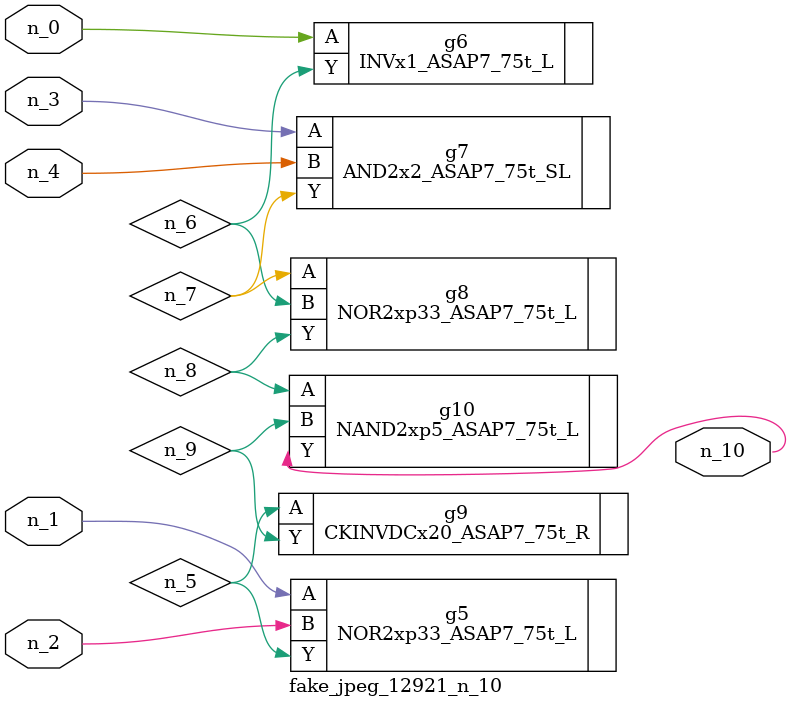
<source format=v>
module fake_jpeg_12921_n_10 (n_3, n_2, n_1, n_0, n_4, n_10);

input n_3;
input n_2;
input n_1;
input n_0;
input n_4;

output n_10;

wire n_8;
wire n_9;
wire n_6;
wire n_5;
wire n_7;

NOR2xp33_ASAP7_75t_L g5 ( 
.A(n_1),
.B(n_2),
.Y(n_5)
);

INVx1_ASAP7_75t_L g6 ( 
.A(n_0),
.Y(n_6)
);

AND2x2_ASAP7_75t_SL g7 ( 
.A(n_3),
.B(n_4),
.Y(n_7)
);

NOR2xp33_ASAP7_75t_L g8 ( 
.A(n_7),
.B(n_6),
.Y(n_8)
);

NAND2xp5_ASAP7_75t_L g10 ( 
.A(n_8),
.B(n_9),
.Y(n_10)
);

CKINVDCx20_ASAP7_75t_R g9 ( 
.A(n_5),
.Y(n_9)
);


endmodule
</source>
